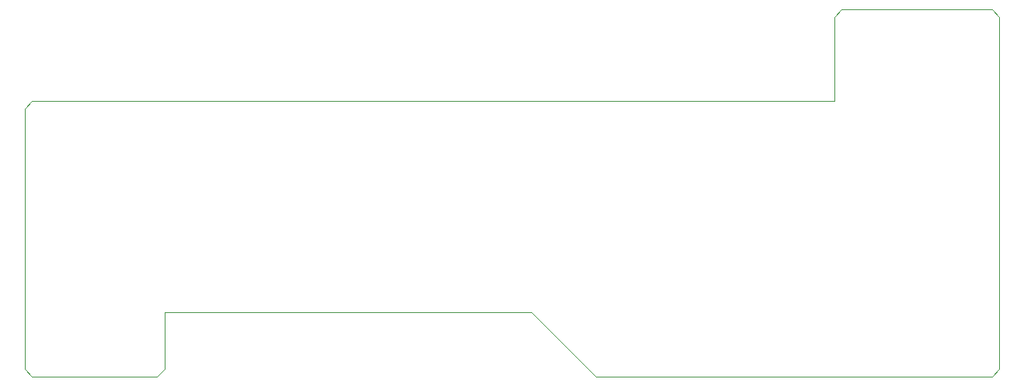
<source format=gm1>
G04 #@! TF.GenerationSoftware,KiCad,Pcbnew,(6.0.2)*
G04 #@! TF.CreationDate,2022-03-27T15:57:34+02:00*
G04 #@! TF.ProjectId,ProjectTamiya_TX,50726f6a-6563-4745-9461-6d6979615f54,rev?*
G04 #@! TF.SameCoordinates,Original*
G04 #@! TF.FileFunction,Profile,NP*
%FSLAX46Y46*%
G04 Gerber Fmt 4.6, Leading zero omitted, Abs format (unit mm)*
G04 Created by KiCad (PCBNEW (6.0.2)) date 2022-03-27 15:57:34*
%MOMM*%
%LPD*%
G01*
G04 APERTURE LIST*
G04 #@! TA.AperFunction,Profile*
%ADD10C,0.100000*%
G04 #@! TD*
G04 APERTURE END LIST*
D10*
X58000000Y-82200000D02*
X58800000Y-83000000D01*
X73200000Y-82200000D02*
X72400000Y-83000000D01*
X164200000Y-82200000D02*
X163400000Y-83000000D01*
X146200000Y-43800000D02*
X146200000Y-53000000D01*
X113200000Y-76000000D02*
X120200000Y-83000000D01*
X164200000Y-82200000D02*
X164200000Y-43800000D01*
X164200000Y-43800000D02*
X163400000Y-43000000D01*
X58800000Y-83000000D02*
X72400000Y-83000000D01*
X73200000Y-82200000D02*
X73200000Y-76000000D01*
X163400000Y-83000000D02*
X120200000Y-83000000D01*
X58800000Y-53000000D02*
X58000000Y-53800000D01*
X58000000Y-82200000D02*
X58000000Y-53800000D01*
X146200000Y-53000000D02*
X58800000Y-53000000D01*
X147000000Y-43000000D02*
X146200000Y-43800000D01*
X163400000Y-43000000D02*
X147000000Y-43000000D01*
X73200000Y-76000000D02*
X113200000Y-76000000D01*
M02*

</source>
